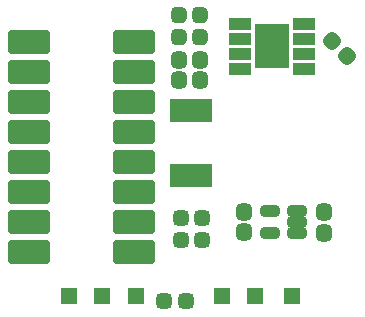
<source format=gbs>
G04 #@! TF.GenerationSoftware,KiCad,Pcbnew,(6.0.1)*
G04 #@! TF.CreationDate,2022-06-02T08:59:42+05:30*
G04 #@! TF.ProjectId,BCD watch V1.0,42434420-7761-4746-9368-2056312e302e,rev?*
G04 #@! TF.SameCoordinates,Original*
G04 #@! TF.FileFunction,Soldermask,Bot*
G04 #@! TF.FilePolarity,Negative*
%FSLAX46Y46*%
G04 Gerber Fmt 4.6, Leading zero omitted, Abs format (unit mm)*
G04 Created by KiCad (PCBNEW (6.0.1)) date 2022-06-02 08:59:42*
%MOMM*%
%LPD*%
G01*
G04 APERTURE LIST*
G04 Aperture macros list*
%AMRoundRect*
0 Rectangle with rounded corners*
0 $1 Rounding radius*
0 $2 $3 $4 $5 $6 $7 $8 $9 X,Y pos of 4 corners*
0 Add a 4 corners polygon primitive as box body*
4,1,4,$2,$3,$4,$5,$6,$7,$8,$9,$2,$3,0*
0 Add four circle primitives for the rounded corners*
1,1,$1+$1,$2,$3*
1,1,$1+$1,$4,$5*
1,1,$1+$1,$6,$7*
1,1,$1+$1,$8,$9*
0 Add four rect primitives between the rounded corners*
20,1,$1+$1,$2,$3,$4,$5,0*
20,1,$1+$1,$4,$5,$6,$7,0*
20,1,$1+$1,$6,$7,$8,$9,0*
20,1,$1+$1,$8,$9,$2,$3,0*%
G04 Aperture macros list end*
%ADD10C,0.100000*%
%ADD11RoundRect,0.437500X0.237500X-0.250000X0.237500X0.250000X-0.237500X0.250000X-0.237500X-0.250000X0*%
%ADD12RoundRect,0.437500X0.237500X-0.287500X0.237500X0.287500X-0.237500X0.287500X-0.237500X-0.287500X0*%
%ADD13RoundRect,0.437500X-0.237500X0.300000X-0.237500X-0.300000X0.237500X-0.300000X0.237500X0.300000X0*%
%ADD14RoundRect,0.437500X0.250000X0.237500X-0.250000X0.237500X-0.250000X-0.237500X0.250000X-0.237500X0*%
%ADD15RoundRect,0.200000X0.500000X0.500000X-0.500000X0.500000X-0.500000X-0.500000X0.500000X-0.500000X0*%
%ADD16RoundRect,0.437500X-0.250000X-0.237500X0.250000X-0.237500X0.250000X0.237500X-0.250000X0.237500X0*%
%ADD17RoundRect,0.437500X0.344715X-0.008839X-0.008839X0.344715X-0.344715X0.008839X0.008839X-0.344715X0*%
%ADD18RoundRect,0.200000X0.762500X-0.350000X0.762500X0.350000X-0.762500X0.350000X-0.762500X-0.350000X0*%
%ADD19RoundRect,0.200000X1.256500X1.701000X-1.256500X1.701000X-1.256500X-1.701000X1.256500X-1.701000X0*%
%ADD20RoundRect,0.350000X0.512500X0.150000X-0.512500X0.150000X-0.512500X-0.150000X0.512500X-0.150000X0*%
%ADD21RoundRect,0.200000X1.550000X0.800000X-1.550000X0.800000X-1.550000X-0.800000X1.550000X-0.800000X0*%
G04 APERTURE END LIST*
D10*
X68600000Y-53450000D02*
X65200000Y-53450000D01*
X65200000Y-53450000D02*
X65200000Y-51550000D01*
X65200000Y-51550000D02*
X68600000Y-51550000D01*
X68600000Y-51550000D02*
X68600000Y-53450000D01*
G36*
X68600000Y-53450000D02*
G01*
X65200000Y-53450000D01*
X65200000Y-51550000D01*
X68600000Y-51550000D01*
X68600000Y-53450000D01*
G37*
X68600000Y-53450000D02*
X65200000Y-53450000D01*
X65200000Y-51550000D01*
X68600000Y-51550000D01*
X68600000Y-53450000D01*
X68600000Y-58950000D02*
X65200000Y-58950000D01*
X65200000Y-58950000D02*
X65200000Y-57050000D01*
X65200000Y-57050000D02*
X68600000Y-57050000D01*
X68600000Y-57050000D02*
X68600000Y-58950000D01*
G36*
X68600000Y-58950000D02*
G01*
X65200000Y-58950000D01*
X65200000Y-57050000D01*
X68600000Y-57050000D01*
X68600000Y-58950000D01*
G37*
X68600000Y-58950000D02*
X65200000Y-58950000D01*
X65200000Y-57050000D01*
X68600000Y-57050000D01*
X68600000Y-58950000D01*
D11*
G04 #@! TO.C,R11*
X67700000Y-46312500D03*
X67700000Y-44487500D03*
G04 #@! TD*
D12*
G04 #@! TO.C,D11*
X65900000Y-49975000D03*
X65900000Y-48225000D03*
G04 #@! TD*
D13*
G04 #@! TO.C,C1*
X78200000Y-61137500D03*
X78200000Y-62862500D03*
G04 #@! TD*
D14*
G04 #@! TO.C,R9*
X66512500Y-68700000D03*
X64687500Y-68700000D03*
G04 #@! TD*
D15*
G04 #@! TO.C,TP4*
X72400000Y-68250000D03*
G04 #@! TD*
G04 #@! TO.C,TP1*
X59400000Y-68250000D03*
G04 #@! TD*
D14*
G04 #@! TO.C,R14*
X67912500Y-61600000D03*
X66087500Y-61600000D03*
G04 #@! TD*
D16*
G04 #@! TO.C,R13*
X66087500Y-63500000D03*
X67912500Y-63500000D03*
G04 #@! TD*
D12*
G04 #@! TO.C,D10*
X67700000Y-49975000D03*
X67700000Y-48225000D03*
G04 #@! TD*
D17*
G04 #@! TO.C,R10*
X80145235Y-47945235D03*
X78854765Y-46654765D03*
G04 #@! TD*
D15*
G04 #@! TO.C,TP5*
X75500000Y-68250000D03*
G04 #@! TD*
D13*
G04 #@! TO.C,C2*
X71399999Y-61100001D03*
X71399999Y-62825001D03*
G04 #@! TD*
D15*
G04 #@! TO.C,TP3*
X69600000Y-68250000D03*
G04 #@! TD*
D18*
G04 #@! TO.C,J1*
X76512000Y-45195000D03*
X76512000Y-46465000D03*
X76512000Y-47735000D03*
X76512000Y-49005000D03*
X71088000Y-49005000D03*
X71088000Y-47735000D03*
X71088000Y-46465000D03*
X71088000Y-45195000D03*
D19*
X73800000Y-47100000D03*
G04 #@! TD*
D20*
G04 #@! TO.C,U3*
X75904166Y-61020000D03*
X75904166Y-61970000D03*
X75904166Y-62920000D03*
X73629166Y-62920000D03*
X73629166Y-61020000D03*
G04 #@! TD*
D15*
G04 #@! TO.C,TP6*
X62300000Y-68250000D03*
G04 #@! TD*
G04 #@! TO.C,TP2*
X56600000Y-68250000D03*
G04 #@! TD*
D21*
G04 #@! TO.C,U2*
X62145000Y-46710000D03*
X62145000Y-49250000D03*
X62145000Y-51790000D03*
X62145000Y-54330000D03*
X62145000Y-56870000D03*
X62145000Y-59410000D03*
X62145000Y-61950000D03*
X62145000Y-64490000D03*
X53255000Y-64490000D03*
X53255000Y-61950000D03*
X53255000Y-59410000D03*
X53255000Y-56870000D03*
X53255000Y-54330000D03*
X53255000Y-51790000D03*
X53255000Y-49250000D03*
X53255000Y-46710000D03*
G04 #@! TD*
D11*
G04 #@! TO.C,R12*
X65900000Y-46312500D03*
X65900000Y-44487500D03*
G04 #@! TD*
M02*

</source>
